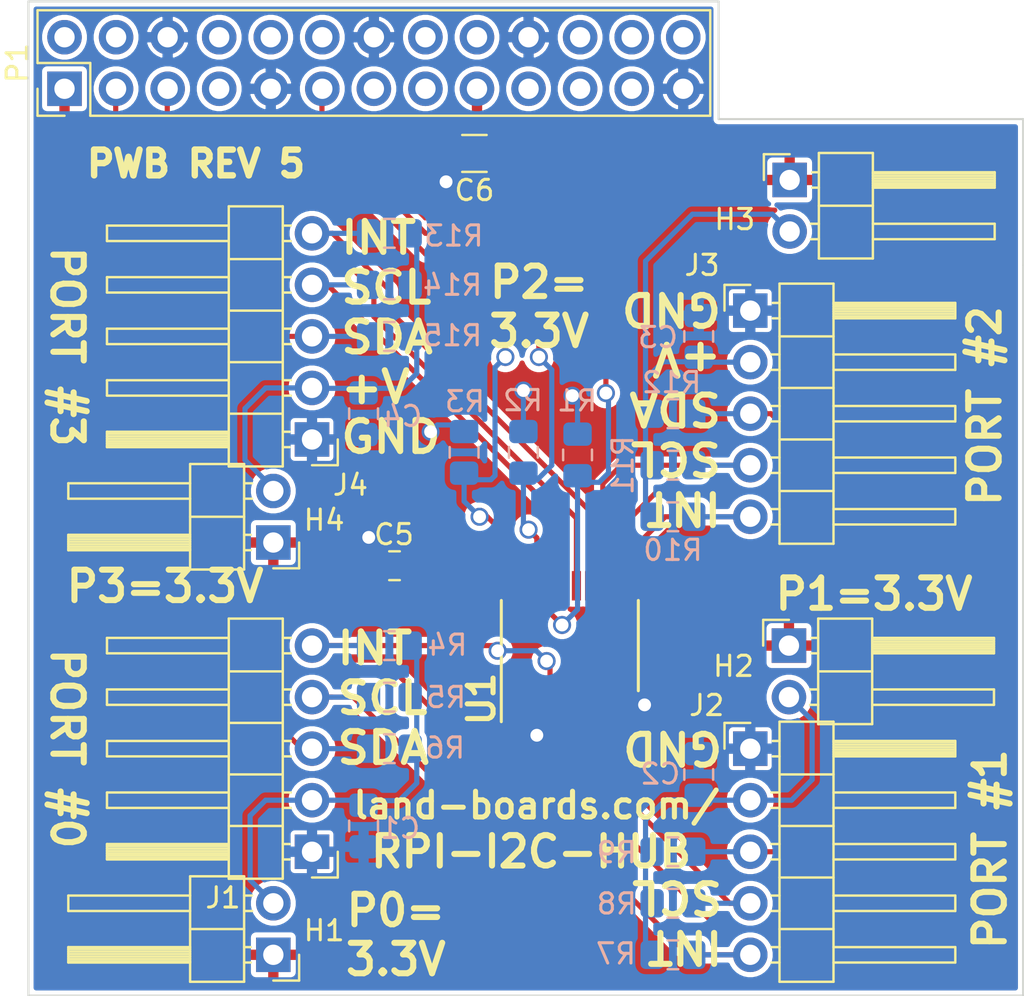
<source format=kicad_pcb>
(kicad_pcb (version 20171130) (host pcbnew "(5.1.5)-3")
  (layers (0 F.Cu signal) (31 B.Cu signal) (36 B.SilkS user) (37 F.SilkS user) (38 B.Mask user) (39 F.Mask user) (44 Edge.Cuts user))
  (net 0 "")
  (net 1 /SDA1)
  (net 2 GND)
  (net 3 /~I0)
  (net 4 /~I1)
  (net 5 /~I2)
  (net 6 /~I3)
  (net 7 /IO_17)
  (net 8 "Net-(C1-Pad1)")
  (net 9 +3.3V)
  (net 10 "Net-(C3-Pad1)")
  (net 11 "Net-(C4-Pad1)")
  (net 12 "Net-(C2-Pad1)")
  (net 13 "Net-(P1-Pad2)")
  (net 14 "Net-(P1-Pad4)")
  (net 15 "Net-(P1-Pad7)")
  (net 16 "Net-(P1-Pad8)")
  (net 17 "Net-(P1-Pad10)")
  (net 18 "Net-(P1-Pad12)")
  (net 19 "Net-(P1-Pad13)")
  (net 20 "Net-(P1-Pad15)")
  (net 21 "Net-(P1-Pad16)")
  (net 22 "Net-(P1-Pad18)")
  (net 23 "Net-(P1-Pad19)")
  (net 24 "Net-(P1-Pad21)")
  (net 25 "Net-(P1-Pad22)")
  (net 26 "Net-(P1-Pad23)")
  (net 27 "Net-(P1-Pad24)")
  (net 28 "Net-(P1-Pad26)")
  (net 29 /SCL0)
  (net 30 /SDA0)
  (net 31 /SCL1)
  (net 32 /SCL2)
  (net 33 /SDA2)
  (net 34 /SDA3)
  (net 35 /SCL3)
  (net 36 /SDA)
  (net 37 /SCL)
  (module Housings_SSOP:TSSOP-20_4.4x6.5mm_Pitch0.65mm (layer F.Cu) (at 26.67 31.75 90)
    (fp_text reference U1 (at -2.6289 -4.3561 90) (layer F.SilkS) (effects (font (size 1.27 1.27) (thickness 0.254))))
    (fp_text value PCA9544A hide)
    (pad 1 smd rect (at -2.95 -2.925 90) (size 1.45 0.45) (layers F.Cu F.Mask) (net 9 +3.3V))
    (pad 2 smd rect (at -2.95 -2.275 90) (size 1.45 0.45) (layers F.Cu F.Mask) (net 2 GND))
    (pad 3 smd rect (at -2.95 -1.625 90) (size 1.45 0.45) (layers F.Cu F.Mask) (net 2 GND))
    (pad 4 smd rect (at -2.95 -0.975 90) (size 1.45 0.45) (layers F.Cu F.Mask) (net 3 /~I0))
    (pad 5 smd rect (at -2.95 -0.325 90) (size 1.45 0.45) (layers F.Cu F.Mask) (net 30 /SDA0))
    (pad 6 smd rect (at -2.95 0.325 90) (size 1.45 0.45) (layers F.Cu F.Mask) (net 29 /SCL0))
    (pad 7 smd rect (at -2.95 0.975 90) (size 1.45 0.45) (layers F.Cu F.Mask) (net 4 /~I1))
    (pad 8 smd rect (at -2.95 1.625 90) (size 1.45 0.45) (layers F.Cu F.Mask) (net 1 /SDA1))
    (pad 9 smd rect (at -2.95 2.275 90) (size 1.45 0.45) (layers F.Cu F.Mask) (net 31 /SCL1))
    (pad 10 smd rect (at -2.95 2.925 90) (size 1.45 0.45) (layers F.Cu F.Mask) (net 2 GND))
    (pad 11 smd rect (at 2.95 2.925 90) (size 1.45 0.45) (layers F.Cu F.Mask) (net 5 /~I2))
    (pad 12 smd rect (at 2.95 2.275 90) (size 1.45 0.45) (layers F.Cu F.Mask) (net 33 /SDA2))
    (pad 13 smd rect (at 2.95 1.625 90) (size 1.45 0.45) (layers F.Cu F.Mask) (net 32 /SCL2))
    (pad 14 smd rect (at 2.95 0.975 90) (size 1.45 0.45) (layers F.Cu F.Mask) (net 6 /~I3))
    (pad 15 smd rect (at 2.95 0.325 90) (size 1.45 0.45) (layers F.Cu F.Mask) (net 34 /SDA3))
    (pad 16 smd rect (at 2.95 -0.325 90) (size 1.45 0.45) (layers F.Cu F.Mask) (net 35 /SCL3))
    (pad 17 smd rect (at 2.95 -0.975 90) (size 1.45 0.45) (layers F.Cu F.Mask) (net 7 /IO_17))
    (pad 18 smd rect (at 2.95 -1.625 90) (size 1.45 0.45) (layers F.Cu F.Mask) (net 37 /SCL))
    (pad 19 smd rect (at 2.95 -2.275 90) (size 1.45 0.45) (layers F.Cu F.Mask) (net 36 /SDA))
    (pad 20 smd rect (at 2.95 -2.925 90) (size 1.45 0.45) (layers F.Cu F.Mask) (net 9 +3.3V))
  )
  (module Capacitor_SMD:C_0805_2012Metric_Pad1.15x1.40mm_HandSolder (layer B.Cu) (at 16.51 40.64 270)
    (fp_text reference C1 (at 0.1143 -1.8034) (layer B.SilkS) (effects (justify mirror)))
    (fp_text value 0.1uF)
    (pad 2 smd roundrect (at 1.025 0 270) (size 1.15 1.4) (layers B.Cu B.Paste B.Mask) (roundrect_rratio 0.217391) (net 2 GND))
    (pad 1 smd roundrect (at -1.025 0 270) (size 1.15 1.4) (layers B.Cu B.Paste B.Mask) (roundrect_rratio 0.217391) (net 8 "Net-(C1-Pad1)"))
  )
  (module Capacitor_SMD:C_0805_2012Metric_Pad1.15x1.40mm_HandSolder (layer B.Cu) (at 33.02 38.1 90)
    (fp_text reference C2 (at 0.0254 -1.8923 180) (layer B.SilkS) (effects (justify mirror)))
    (fp_text value 0.1uF)
    (pad 1 smd roundrect (at -1.025 0 90) (size 1.15 1.4) (layers B.Cu B.Paste B.Mask) (roundrect_rratio 0.217391) (net 12 "Net-(C2-Pad1)"))
    (pad 2 smd roundrect (at 1.025 0 90) (size 1.15 1.4) (layers B.Cu B.Paste B.Mask) (roundrect_rratio 0.217391) (net 2 GND))
  )
  (module Capacitor_SMD:C_0805_2012Metric_Pad1.15x1.40mm_HandSolder (layer B.Cu) (at 33.02 16.51 90)
    (fp_text reference C3 (at -0.0508 -2.0066 180) (layer B.SilkS) (effects (justify mirror)))
    (fp_text value 0.1uF)
    (pad 2 smd roundrect (at 1.025 0 90) (size 1.15 1.4) (layers B.Cu B.Paste B.Mask) (roundrect_rratio 0.217391) (net 2 GND))
    (pad 1 smd roundrect (at -1.025 0 90) (size 1.15 1.4) (layers B.Cu B.Paste B.Mask) (roundrect_rratio 0.217391) (net 10 "Net-(C3-Pad1)"))
  )
  (module Capacitor_SMD:C_0805_2012Metric_Pad1.15x1.40mm_HandSolder (layer B.Cu) (at 16.51 20.32 270)
    (fp_text reference C4 (at 0.127 -1.905) (layer B.SilkS) (effects (justify mirror)))
    (fp_text value 0.1uF)
    (pad 1 smd roundrect (at -1.025 0 270) (size 1.15 1.4) (layers B.Cu B.Paste B.Mask) (roundrect_rratio 0.217391) (net 11 "Net-(C4-Pad1)"))
    (pad 2 smd roundrect (at 1.025 0 270) (size 1.15 1.4) (layers B.Cu B.Paste B.Mask) (roundrect_rratio 0.217391) (net 2 GND))
  )
  (module Capacitor_SMD:C_0805_2012Metric_Pad1.15x1.40mm_HandSolder (layer F.Cu) (at 18.034 27.813 180)
    (fp_text reference C5 (at 0.0254 1.5367 180) (layer F.SilkS))
    (fp_text value 0.1uF)
    (pad 1 smd roundrect (at -1.025 0 180) (size 1.15 1.4) (layers F.Cu F.Paste F.Mask) (roundrect_rratio 0.217391) (net 9 +3.3V))
    (pad 2 smd roundrect (at 1.025 0 180) (size 1.15 1.4) (layers F.Cu F.Paste F.Mask) (roundrect_rratio 0.217391) (net 2 GND))
  )
  (module Capacitor_SMD:C_1206_3216Metric_Pad1.42x1.75mm_HandSolder (layer F.Cu) (at 21.971 7.493 180)
    (fp_text reference C6 (at 0 -1.82 180) (layer F.SilkS))
    (fp_text value 10uF)
    (pad 1 smd roundrect (at -1.4875 0 180) (size 1.425 1.75) (layers F.Cu F.Paste F.Mask) (roundrect_rratio 0.175439) (net 9 +3.3V))
    (pad 2 smd roundrect (at 1.4875 0 180) (size 1.425 1.75) (layers F.Cu F.Paste F.Mask) (roundrect_rratio 0.175439) (net 2 GND))
  )
  (module Connector_PinHeader_2.54mm:PinHeader_1x02_P2.54mm_Horizontal (layer F.Cu) (at 12.065 46.99 180)
    (fp_text reference H1 (at -2.5019 1.1938 180) (layer F.SilkS))
    (fp_text value CONN_01X02)
    (pad 1 thru_hole rect (at 0 0 180) (size 1.7 1.7) (drill 1) (layers *.Cu *.Mask) (net 9 +3.3V))
    (pad 2 thru_hole oval (at 0 2.54 180) (size 1.7 1.7) (drill 1) (layers *.Cu *.Mask) (net 8 "Net-(C1-Pad1)"))
  )
  (module Connector_PinHeader_2.54mm:PinHeader_1x02_P2.54mm_Horizontal (layer F.Cu) (at 37.465 31.75)
    (fp_text reference H2 (at -2.7305 1.016) (layer F.SilkS))
    (fp_text value CONN_01X02)
    (pad 2 thru_hole oval (at 0 2.54) (size 1.7 1.7) (drill 1) (layers *.Cu *.Mask) (net 12 "Net-(C2-Pad1)"))
    (pad 1 thru_hole rect (at 0 0) (size 1.7 1.7) (drill 1) (layers *.Cu *.Mask) (net 9 +3.3V))
  )
  (module Connector_PinHeader_2.54mm:PinHeader_1x02_P2.54mm_Horizontal (layer F.Cu) (at 37.5 8.8)
    (fp_text reference H3 (at -2.7049 1.9474) (layer F.SilkS))
    (fp_text value CONN_01X02)
    (pad 1 thru_hole rect (at 0 0) (size 1.7 1.7) (drill 1) (layers *.Cu *.Mask) (net 9 +3.3V))
    (pad 2 thru_hole oval (at 0 2.54) (size 1.7 1.7) (drill 1) (layers *.Cu *.Mask) (net 10 "Net-(C3-Pad1)"))
  )
  (module Connector_PinHeader_2.54mm:PinHeader_1x02_P2.54mm_Horizontal (layer F.Cu) (at 12.065 26.67 180)
    (fp_text reference H4 (at -2.5019 1.1049 180) (layer F.SilkS))
    (fp_text value CONN_01X02)
    (pad 2 thru_hole oval (at 0 2.54 180) (size 1.7 1.7) (drill 1) (layers *.Cu *.Mask) (net 11 "Net-(C4-Pad1)"))
    (pad 1 thru_hole rect (at 0 0 180) (size 1.7 1.7) (drill 1) (layers *.Cu *.Mask) (net 9 +3.3V))
  )
  (module Connector_PinHeader_2.54mm:PinHeader_1x05_P2.54mm_Horizontal (layer F.Cu) (at 13.97 41.91 180)
    (fp_text reference J1 (at 4.385 -2.27 180) (layer F.SilkS))
    (fp_text value I2CINT-5PIN)
    (pad 5 thru_hole oval (at 0 10.16 180) (size 1.7 1.7) (drill 1) (layers *.Cu *.Mask) (net 3 /~I0))
    (pad 4 thru_hole oval (at 0 7.62 180) (size 1.7 1.7) (drill 1) (layers *.Cu *.Mask) (net 29 /SCL0))
    (pad 3 thru_hole oval (at 0 5.08 180) (size 1.7 1.7) (drill 1) (layers *.Cu *.Mask) (net 30 /SDA0))
    (pad 2 thru_hole oval (at 0 2.54 180) (size 1.7 1.7) (drill 1) (layers *.Cu *.Mask) (net 8 "Net-(C1-Pad1)"))
    (pad 1 thru_hole rect (at 0 0 180) (size 1.7 1.7) (drill 1) (layers *.Cu *.Mask) (net 2 GND))
  )
  (module Connector_PinHeader_2.54mm:PinHeader_1x05_P2.54mm_Horizontal (layer F.Cu) (at 35.56 36.83)
    (fp_text reference J2 (at -2.1463 -2.1336) (layer F.SilkS))
    (fp_text value I2CINT-5PIN)
    (pad 1 thru_hole rect (at 0 0) (size 1.7 1.7) (drill 1) (layers *.Cu *.Mask) (net 2 GND))
    (pad 2 thru_hole oval (at 0 2.54) (size 1.7 1.7) (drill 1) (layers *.Cu *.Mask) (net 12 "Net-(C2-Pad1)"))
    (pad 3 thru_hole oval (at 0 5.08) (size 1.7 1.7) (drill 1) (layers *.Cu *.Mask) (net 1 /SDA1))
    (pad 4 thru_hole oval (at 0 7.62) (size 1.7 1.7) (drill 1) (layers *.Cu *.Mask) (net 31 /SCL1))
    (pad 5 thru_hole oval (at 0 10.16) (size 1.7 1.7) (drill 1) (layers *.Cu *.Mask) (net 4 /~I1))
  )
  (module Connector_PinHeader_2.54mm:PinHeader_1x05_P2.54mm_Horizontal (layer F.Cu) (at 35.56 15.24)
    (fp_text reference J3 (at -2.3749 -2.2352) (layer F.SilkS))
    (fp_text value I2CINT-5PIN)
    (pad 5 thru_hole oval (at 0 10.16) (size 1.7 1.7) (drill 1) (layers *.Cu *.Mask) (net 5 /~I2))
    (pad 4 thru_hole oval (at 0 7.62) (size 1.7 1.7) (drill 1) (layers *.Cu *.Mask) (net 32 /SCL2))
    (pad 3 thru_hole oval (at 0 5.08) (size 1.7 1.7) (drill 1) (layers *.Cu *.Mask) (net 33 /SDA2))
    (pad 2 thru_hole oval (at 0 2.54) (size 1.7 1.7) (drill 1) (layers *.Cu *.Mask) (net 10 "Net-(C3-Pad1)"))
    (pad 1 thru_hole rect (at 0 0) (size 1.7 1.7) (drill 1) (layers *.Cu *.Mask) (net 2 GND))
  )
  (module Connector_PinHeader_2.54mm:PinHeader_1x05_P2.54mm_Horizontal (layer F.Cu) (at 13.97 21.59 180)
    (fp_text reference J4 (at -1.8923 -2.2479 180) (layer F.SilkS))
    (fp_text value I2CINT-5PIN)
    (pad 1 thru_hole rect (at 0 0 180) (size 1.7 1.7) (drill 1) (layers *.Cu *.Mask) (net 2 GND))
    (pad 2 thru_hole oval (at 0 2.54 180) (size 1.7 1.7) (drill 1) (layers *.Cu *.Mask) (net 11 "Net-(C4-Pad1)"))
    (pad 3 thru_hole oval (at 0 5.08 180) (size 1.7 1.7) (drill 1) (layers *.Cu *.Mask) (net 34 /SDA3))
    (pad 4 thru_hole oval (at 0 7.62 180) (size 1.7 1.7) (drill 1) (layers *.Cu *.Mask) (net 35 /SCL3))
    (pad 5 thru_hole oval (at 0 10.16 180) (size 1.7 1.7) (drill 1) (layers *.Cu *.Mask) (net 6 /~I3))
  )
  (module Connector_PinHeader_2.54mm:PinHeader_2x13_P2.54mm_Vertical (layer F.Cu) (at 1.778 4.3053 90)
    (fp_text reference P1 (at 1.27 -2.33 90) (layer F.SilkS))
    (fp_text value RASPIO)
    (pad 1 thru_hole rect (at 0 0 90) (size 1.7 1.7) (drill 1) (layers *.Cu *.Mask) (net 9 +3.3V))
    (pad 2 thru_hole oval (at 2.54 0 90) (size 1.7 1.7) (drill 1) (layers *.Cu *.Mask) (net 13 "Net-(P1-Pad2)"))
    (pad 3 thru_hole oval (at 0 2.54 90) (size 1.7 1.7) (drill 1) (layers *.Cu *.Mask) (net 36 /SDA))
    (pad 4 thru_hole oval (at 2.54 2.54 90) (size 1.7 1.7) (drill 1) (layers *.Cu *.Mask) (net 14 "Net-(P1-Pad4)"))
    (pad 5 thru_hole oval (at 0 5.08 90) (size 1.7 1.7) (drill 1) (layers *.Cu *.Mask) (net 37 /SCL))
    (pad 6 thru_hole oval (at 2.54 5.08 90) (size 1.7 1.7) (drill 1) (layers *.Cu *.Mask) (net 2 GND))
    (pad 7 thru_hole oval (at 0 7.62 90) (size 1.7 1.7) (drill 1) (layers *.Cu *.Mask) (net 15 "Net-(P1-Pad7)"))
    (pad 8 thru_hole oval (at 2.54 7.62 90) (size 1.7 1.7) (drill 1) (layers *.Cu *.Mask) (net 16 "Net-(P1-Pad8)"))
    (pad 9 thru_hole oval (at 0 10.16 90) (size 1.7 1.7) (drill 1) (layers *.Cu *.Mask) (net 2 GND))
    (pad 10 thru_hole oval (at 2.54 10.16 90) (size 1.7 1.7) (drill 1) (layers *.Cu *.Mask) (net 17 "Net-(P1-Pad10)"))
    (pad 11 thru_hole oval (at 0 12.7 90) (size 1.7 1.7) (drill 1) (layers *.Cu *.Mask) (net 7 /IO_17))
    (pad 12 thru_hole oval (at 2.54 12.7 90) (size 1.7 1.7) (drill 1) (layers *.Cu *.Mask) (net 18 "Net-(P1-Pad12)"))
    (pad 13 thru_hole oval (at 0 15.24 90) (size 1.7 1.7) (drill 1) (layers *.Cu *.Mask) (net 19 "Net-(P1-Pad13)"))
    (pad 14 thru_hole oval (at 2.54 15.24 90) (size 1.7 1.7) (drill 1) (layers *.Cu *.Mask) (net 2 GND))
    (pad 15 thru_hole oval (at 0 17.78 90) (size 1.7 1.7) (drill 1) (layers *.Cu *.Mask) (net 20 "Net-(P1-Pad15)"))
    (pad 16 thru_hole oval (at 2.54 17.78 90) (size 1.7 1.7) (drill 1) (layers *.Cu *.Mask) (net 21 "Net-(P1-Pad16)"))
    (pad 17 thru_hole oval (at 0 20.32 90) (size 1.7 1.7) (drill 1) (layers *.Cu *.Mask) (net 9 +3.3V))
    (pad 18 thru_hole oval (at 2.54 20.32 90) (size 1.7 1.7) (drill 1) (layers *.Cu *.Mask) (net 22 "Net-(P1-Pad18)"))
    (pad 19 thru_hole oval (at 0 22.86 90) (size 1.7 1.7) (drill 1) (layers *.Cu *.Mask) (net 23 "Net-(P1-Pad19)"))
    (pad 20 thru_hole oval (at 2.54 22.86 90) (size 1.7 1.7) (drill 1) (layers *.Cu *.Mask) (net 2 GND))
    (pad 21 thru_hole oval (at 0 25.4 90) (size 1.7 1.7) (drill 1) (layers *.Cu *.Mask) (net 24 "Net-(P1-Pad21)"))
    (pad 22 thru_hole oval (at 2.54 25.4 90) (size 1.7 1.7) (drill 1) (layers *.Cu *.Mask) (net 25 "Net-(P1-Pad22)"))
    (pad 23 thru_hole oval (at 0 27.94 90) (size 1.7 1.7) (drill 1) (layers *.Cu *.Mask) (net 26 "Net-(P1-Pad23)"))
    (pad 24 thru_hole oval (at 2.54 27.94 90) (size 1.7 1.7) (drill 1) (layers *.Cu *.Mask) (net 27 "Net-(P1-Pad24)"))
    (pad 25 thru_hole oval (at 0 30.48 90) (size 1.7 1.7) (drill 1) (layers *.Cu *.Mask) (net 2 GND))
    (pad 26 thru_hole oval (at 2.54 30.48 90) (size 1.7 1.7) (drill 1) (layers *.Cu *.Mask) (net 28 "Net-(P1-Pad26)"))
  )
  (module Resistor_SMD:R_0805_2012Metric_Pad1.15x1.40mm_HandSolder (layer B.Cu) (at 27.051 22.352 270)
    (fp_text reference R1 (at -2.667 0.0254) (layer B.SilkS) (effects (justify mirror)))
    (fp_text value 3.3K)
    (pad 1 smd roundrect (at -1.025 0 270) (size 1.15 1.4) (layers B.Cu B.Paste B.Mask) (roundrect_rratio 0.217391) (net 9 +3.3V))
    (pad 2 smd roundrect (at 1.025 0 270) (size 1.15 1.4) (layers B.Cu B.Paste B.Mask) (roundrect_rratio 0.217391) (net 7 /IO_17))
  )
  (module Resistor_SMD:R_0805_2012Metric_Pad1.15x1.40mm_HandSolder (layer B.Cu) (at 24.384 22.225 270)
    (fp_text reference R2 (at -2.5527 0.0254) (layer B.SilkS) (effects (justify mirror)))
    (fp_text value 3.3K)
    (pad 2 smd roundrect (at 1.025 0 270) (size 1.15 1.4) (layers B.Cu B.Paste B.Mask) (roundrect_rratio 0.217391) (net 37 /SCL))
    (pad 1 smd roundrect (at -1.025 0 270) (size 1.15 1.4) (layers B.Cu B.Paste B.Mask) (roundrect_rratio 0.217391) (net 9 +3.3V))
  )
  (module Resistor_SMD:R_0805_2012Metric_Pad1.15x1.40mm_HandSolder (layer B.Cu) (at 21.463 22.225 270)
    (fp_text reference R3 (at -2.5019 -0.0381) (layer B.SilkS) (effects (justify mirror)))
    (fp_text value 3.3K)
    (pad 1 smd roundrect (at -1.025 0 270) (size 1.15 1.4) (layers B.Cu B.Paste B.Mask) (roundrect_rratio 0.217391) (net 9 +3.3V))
    (pad 2 smd roundrect (at 1.025 0 270) (size 1.15 1.4) (layers B.Cu B.Paste B.Mask) (roundrect_rratio 0.217391) (net 36 /SDA))
  )
  (module Resistor_SMD:R_0805_2012Metric_Pad1.15x1.40mm_HandSolder (layer B.Cu) (at 17.78 31.75 180)
    (fp_text reference R4 (at -2.8575 0.0254 180) (layer B.SilkS) (effects (justify mirror)))
    (fp_text value 3.3K)
    (pad 1 smd roundrect (at -1.025 0 180) (size 1.15 1.4) (layers B.Cu B.Paste B.Mask) (roundrect_rratio 0.217391) (net 8 "Net-(C1-Pad1)"))
    (pad 2 smd roundrect (at 1.025 0 180) (size 1.15 1.4) (layers B.Cu B.Paste B.Mask) (roundrect_rratio 0.217391) (net 3 /~I0))
  )
  (module Resistor_SMD:R_0805_2012Metric_Pad1.15x1.40mm_HandSolder (layer B.Cu) (at 17.78 34.29 180)
    (fp_text reference R5 (at -2.794 -0.0127 180) (layer B.SilkS) (effects (justify mirror)))
    (fp_text value 3.3K)
    (pad 2 smd roundrect (at 1.025 0 180) (size 1.15 1.4) (layers B.Cu B.Paste B.Mask) (roundrect_rratio 0.217391) (net 29 /SCL0))
    (pad 1 smd roundrect (at -1.025 0 180) (size 1.15 1.4) (layers B.Cu B.Paste B.Mask) (roundrect_rratio 0.217391) (net 8 "Net-(C1-Pad1)"))
  )
  (module Resistor_SMD:R_0805_2012Metric_Pad1.15x1.40mm_HandSolder (layer B.Cu) (at 17.78 36.83 180)
    (fp_text reference R6 (at -2.7432 0.0381 180) (layer B.SilkS) (effects (justify mirror)))
    (fp_text value 3.3K)
    (pad 1 smd roundrect (at -1.025 0 180) (size 1.15 1.4) (layers B.Cu B.Paste B.Mask) (roundrect_rratio 0.217391) (net 8 "Net-(C1-Pad1)"))
    (pad 2 smd roundrect (at 1.025 0 180) (size 1.15 1.4) (layers B.Cu B.Paste B.Mask) (roundrect_rratio 0.217391) (net 30 /SDA0))
  )
  (module Resistor_SMD:R_0805_2012Metric_Pad1.15x1.40mm_HandSolder (layer B.Cu) (at 31.75 46.99)
    (fp_text reference R7 (at -2.8067 -0.0508) (layer B.SilkS) (effects (justify mirror)))
    (fp_text value 3.3K)
    (pad 2 smd roundrect (at 1.025 0) (size 1.15 1.4) (layers B.Cu B.Paste B.Mask) (roundrect_rratio 0.217391) (net 4 /~I1))
    (pad 1 smd roundrect (at -1.025 0) (size 1.15 1.4) (layers B.Cu B.Paste B.Mask) (roundrect_rratio 0.217391) (net 12 "Net-(C2-Pad1)"))
  )
  (module Resistor_SMD:R_0805_2012Metric_Pad1.15x1.40mm_HandSolder (layer B.Cu) (at 31.75 44.45)
    (fp_text reference R8 (at -2.7686 0.0254) (layer B.SilkS) (effects (justify mirror)))
    (fp_text value 3.3K)
    (pad 1 smd roundrect (at -1.025 0) (size 1.15 1.4) (layers B.Cu B.Paste B.Mask) (roundrect_rratio 0.217391) (net 12 "Net-(C2-Pad1)"))
    (pad 2 smd roundrect (at 1.025 0) (size 1.15 1.4) (layers B.Cu B.Paste B.Mask) (roundrect_rratio 0.217391) (net 31 /SCL1))
  )
  (module Resistor_SMD:R_0805_2012Metric_Pad1.15x1.40mm_HandSolder (layer B.Cu) (at 31.75 41.91)
    (fp_text reference R9 (at -2.7686 0.0381) (layer B.SilkS) (effects (justify mirror)))
    (fp_text value 3.3K)
    (pad 2 smd roundrect (at 1.025 0) (size 1.15 1.4) (layers B.Cu B.Paste B.Mask) (roundrect_rratio 0.217391) (net 1 /SDA1))
    (pad 1 smd roundrect (at -1.025 0) (size 1.15 1.4) (layers B.Cu B.Paste B.Mask) (roundrect_rratio 0.217391) (net 12 "Net-(C2-Pad1)"))
  )
  (module Resistor_SMD:R_0805_2012Metric_Pad1.15x1.40mm_HandSolder (layer B.Cu) (at 31.75 25.4)
    (fp_text reference R10 (at 0 1.65) (layer B.SilkS) (effects (justify mirror)))
    (fp_text value 3.3K)
    (pad 1 smd roundrect (at -1.025 0) (size 1.15 1.4) (layers B.Cu B.Paste B.Mask) (roundrect_rratio 0.217391) (net 10 "Net-(C3-Pad1)"))
    (pad 2 smd roundrect (at 1.025 0) (size 1.15 1.4) (layers B.Cu B.Paste B.Mask) (roundrect_rratio 0.217391) (net 5 /~I2))
  )
  (module Resistor_SMD:R_0805_2012Metric_Pad1.15x1.40mm_HandSolder (layer B.Cu) (at 31.75 22.86)
    (fp_text reference R11 (at -2.4638 0 90) (layer B.SilkS) (effects (justify mirror)))
    (fp_text value 3.3K)
    (pad 1 smd roundrect (at -1.025 0) (size 1.15 1.4) (layers B.Cu B.Paste B.Mask) (roundrect_rratio 0.217391) (net 10 "Net-(C3-Pad1)"))
    (pad 2 smd roundrect (at 1.025 0) (size 1.15 1.4) (layers B.Cu B.Paste B.Mask) (roundrect_rratio 0.217391) (net 32 /SCL2))
  )
  (module Resistor_SMD:R_0805_2012Metric_Pad1.15x1.40mm_HandSolder (layer B.Cu) (at 31.75 20.32)
    (fp_text reference R12 (at -0.0635 -1.5367) (layer B.SilkS) (effects (justify mirror)))
    (fp_text value 3.3K)
    (pad 2 smd roundrect (at 1.025 0) (size 1.15 1.4) (layers B.Cu B.Paste B.Mask) (roundrect_rratio 0.217391) (net 33 /SDA2))
    (pad 1 smd roundrect (at -1.025 0) (size 1.15 1.4) (layers B.Cu B.Paste B.Mask) (roundrect_rratio 0.217391) (net 10 "Net-(C3-Pad1)"))
  )
  (module Resistor_SMD:R_0805_2012Metric_Pad1.15x1.40mm_HandSolder (layer B.Cu) (at 17.78 11.43 180)
    (fp_text reference R13 (at -3.175 -0.127 180) (layer B.SilkS) (effects (justify mirror)))
    (fp_text value 3.3K)
    (pad 1 smd roundrect (at -1.025 0 180) (size 1.15 1.4) (layers B.Cu B.Paste B.Mask) (roundrect_rratio 0.217391) (net 11 "Net-(C4-Pad1)"))
    (pad 2 smd roundrect (at 1.025 0 180) (size 1.15 1.4) (layers B.Cu B.Paste B.Mask) (roundrect_rratio 0.217391) (net 6 /~I3))
  )
  (module Resistor_SMD:R_0805_2012Metric_Pad1.15x1.40mm_HandSolder (layer B.Cu) (at 17.78 13.97 180)
    (fp_text reference R14 (at -3.1115 -0.0127 180) (layer B.SilkS) (effects (justify mirror)))
    (fp_text value 3.3K)
    (pad 2 smd roundrect (at 1.025 0 180) (size 1.15 1.4) (layers B.Cu B.Paste B.Mask) (roundrect_rratio 0.217391) (net 35 /SCL3))
    (pad 1 smd roundrect (at -1.025 0 180) (size 1.15 1.4) (layers B.Cu B.Paste B.Mask) (roundrect_rratio 0.217391) (net 11 "Net-(C4-Pad1)"))
  )
  (module Resistor_SMD:R_0805_2012Metric_Pad1.15x1.40mm_HandSolder (layer B.Cu) (at 17.78 16.51 180)
    (fp_text reference R15 (at -3.1115 0.0381 180) (layer B.SilkS) (effects (justify mirror)))
    (fp_text value 3.3K)
    (pad 2 smd roundrect (at 1.025 0 180) (size 1.15 1.4) (layers B.Cu B.Paste B.Mask) (roundrect_rratio 0.217391) (net 34 /SDA3))
    (pad 1 smd roundrect (at -1.025 0 180) (size 1.15 1.4) (layers B.Cu B.Paste B.Mask) (roundrect_rratio 0.217391) (net 11 "Net-(C4-Pad1)"))
  )
  (gr_line (start 49 5.8) (end 49 13) (layer Edge.Cuts) (width 0.1))
  (gr_line (start 34 5.8) (end 49 5.8) (layer Edge.Cuts) (width 0.1))
  (gr_line (start 34 0) (end 34 5.8) (layer Edge.Cuts) (width 0.1))
  (gr_line (start 34 0) (end 0 0) (angle 90) (layer Edge.Cuts) (width 0.1))
  (gr_text "INT\nSCL\n\n\nGND" (at 34.3535 41.6941 180) (layer F.SilkS) (effects (font (size 1.524 1.5875) (thickness 0.3)) (justify left)))
  (gr_text "INT\nSCL\nSDA" (at 15.0495 34.3408) (layer F.SilkS) (effects (font (size 1.524 1.5875) (thickness 0.3)) (justify left)))
  (gr_text "INT\nSCL\nSDA\n+V\nGND" (at 34.29 20.066 180) (layer F.SilkS) (effects (font (size 1.524 1.5875) (thickness 0.3)) (justify left)))
  (gr_text "INT\nSCL\nSDA\n+V\nGND" (at 15.24 16.5608) (layer F.SilkS) (effects (font (size 1.524 1.5875) (thickness 0.3)) (justify left)))
  (gr_text "P0=\n3.3V" (at 18.0975 46.0121) (layer F.SilkS) (effects (font (size 1.5 1.5) (thickness 0.3))))
  (gr_text "P2=\n3.3V" (at 25.1587 15.0495) (layer F.SilkS) (effects (font (size 1.5 1.5) (thickness 0.3))))
  (gr_text P1=3.3V (at 41.656 29.21) (layer F.SilkS) (effects (font (size 1.5 1.5) (thickness 0.3))))
  (gr_text P3=3.3V (at 6.731 28.829) (layer F.SilkS) (effects (font (size 1.5 1.5) (thickness 0.3))))
  (gr_text "PORT #3" (at 1.905 17.018 270) (layer F.SilkS) (effects (font (size 1.5 1.5) (thickness 0.3))))
  (gr_text "PORT #0" (at 1.905 36.83 270) (layer F.SilkS) (effects (font (size 1.5 1.5) (thickness 0.3))))
  (gr_text "PORT #2" (at 47.117 19.939 90) (layer F.SilkS) (effects (font (size 1.5 1.5) (thickness 0.3))))
  (gr_text "PORT #1" (at 47.371 41.783 90) (layer F.SilkS) (effects (font (size 1.5 1.5) (thickness 0.3))))
  (gr_line (start 0 49) (end 49 49) (angle 90) (layer Edge.Cuts) (width 0.1))
  (gr_line (start 49 13) (end 49 49) (angle 90) (layer Edge.Cuts) (width 0.1))
  (gr_line (start 0 49) (end 0 0) (angle 90) (layer Edge.Cuts) (width 0.1))
  (gr_text RPI-I2C-HUB (at 24.765 41.91) (layer F.SilkS) (effects (font (size 1.5 1.5) (thickness 0.3))))
  (gr_text "PWB REV 5" (at 8.255 8.001) (layer F.SilkS) (effects (font (size 1.27 1.27) (thickness 0.3175))))
  (gr_text land-boards.com/ (at 25.019 39.624) (layer F.SilkS) (effects (font (size 1.27 1.27) (thickness 0.25))))
  (segment (start 28.295 34.7) (end 28.295 39.979) (width 0.254) (layer F.Cu) (net 1))
  (segment (start 35.56 41.91) (end 36.83 41.91) (width 0.254) (layer F.Cu) (net 1))
  (segment (start 34.036 45.72) (end 28.295 39.979) (width 0.254) (layer F.Cu) (net 1))
  (segment (start 37.084 45.72) (end 34.036 45.72) (width 0.254) (layer F.Cu) (net 1))
  (segment (start 37.592 45.212) (end 37.084 45.72) (width 0.254) (layer F.Cu) (net 1))
  (segment (start 37.592 42.672) (end 37.592 45.212) (width 0.254) (layer F.Cu) (net 1))
  (segment (start 36.83 41.91) (end 37.592 42.672) (width 0.254) (layer F.Cu) (net 1))
  (segment (start 35.56 41.91) (end 33.1 41.91) (width 0.254) (layer B.Cu) (net 1))
  (segment (start 25.045 36.169) (end 25.019 36.195) (width 0.254) (layer F.Cu) (net 2))
  (segment (start 25.019 36.195) (end 25.045 36.169) (width 0.254) (layer F.Cu) (net 2))
  (segment (start 16.784 27.813) (end 16.784 26.436) (width 0.254) (layer F.Cu) (net 2))
  (via (at 16.764 26.416) (size 0.889) (layers F.Cu B.Cu) (net 2))
  (segment (start 16.784 26.436) (end 16.764 26.416) (width 0.254) (layer F.Cu) (net 2))
  (segment (start 19.971 7.493) (end 19.971 8.287) (width 0.254) (layer F.Cu) (net 2))
  (segment (start 19.971 8.287) (end 20.574 8.89) (width 0.254) (layer F.Cu) (net 2))
  (via (at 20.574 8.89) (size 0.889) (layers F.Cu B.Cu) (net 2))
  (segment (start 16.51 21.57) (end 13.99 21.57) (width 0.254) (layer B.Cu) (net 2))
  (segment (start 13.99 21.57) (end 13.97 21.59) (width 0.254) (layer B.Cu) (net 2))
  (segment (start 35.56 36.83) (end 33.04 36.83) (width 0.254) (layer B.Cu) (net 2))
  (segment (start 33.04 36.83) (end 33.02 36.85) (width 0.254) (layer B.Cu) (net 2))
  (segment (start 29.595 34.7) (end 30.324 34.7) (width 0.254) (layer F.Cu) (net 2))
  (via (at 30.353 34.671) (size 0.889) (layers F.Cu B.Cu) (net 2))
  (segment (start 30.324 34.7) (end 30.353 34.671) (width 0.254) (layer F.Cu) (net 2))
  (segment (start 13.99 41.89) (end 13.97 41.91) (width 0.254) (layer F.Cu) (net 2))
  (segment (start 24.485 36.169) (end 25.045 36.169) (width 0.254) (layer F.Cu) (net 2))
  (segment (start 24.395 36.079) (end 24.485 36.169) (width 0.254) (layer F.Cu) (net 2))
  (segment (start 24.395 34.7) (end 24.395 36.079) (width 0.254) (layer F.Cu) (net 2))
  (segment (start 25.045 36.169) (end 25.019 36.195) (width 0.254) (layer B.Cu) (net 2))
  (via (at 25.045 36.169) (size 0.889) (layers F.Cu B.Cu) (net 2))
  (segment (start 25.045 34.7) (end 25.045 36.169) (width 0.254) (layer F.Cu) (net 2))
  (segment (start 25.695 33.315) (end 25.695 34.7) (width 0.254) (layer F.Cu) (net 3))
  (segment (start 25.695 33.315) (end 25.695 34.7) (width 0.254) (layer F.Cu) (net 3))
  (segment (start 13.97 31.75) (end 16.43 31.75) (width 0.254) (layer B.Cu) (net 3))
  (segment (start 25.695 33.315) (end 25.695 34.7) (width 0.254) (layer F.Cu) (net 3))
  (segment (start 25.695 32.68) (end 25.527 32.512) (width 0.254) (layer F.Cu) (net 3))
  (via (at 25.527 32.512) (size 0.889) (layers F.Cu B.Cu) (net 3))
  (segment (start 25.527 32.512) (end 25.019 32.004) (width 0.254) (layer B.Cu) (net 3))
  (segment (start 25.019 32.004) (end 23.114 32.004) (width 0.254) (layer B.Cu) (net 3))
  (via (at 23.114 32.004) (size 0.889) (layers F.Cu B.Cu) (net 3))
  (segment (start 23.114 32.004) (end 22.86 31.75) (width 0.254) (layer F.Cu) (net 3))
  (segment (start 22.86 31.75) (end 13.97 31.75) (width 0.254) (layer F.Cu) (net 3))
  (segment (start 25.695 34.7) (end 25.695 32.68) (width 0.254) (layer F.Cu) (net 3))
  (segment (start 27.645 34.7) (end 27.645 42.123) (width 0.254) (layer F.Cu) (net 4))
  (segment (start 32.512 46.99) (end 35.56 46.99) (width 0.254) (layer F.Cu) (net 4))
  (segment (start 27.645 42.123) (end 32.512 46.99) (width 0.254) (layer F.Cu) (net 4))
  (segment (start 35.56 46.99) (end 33.1 46.99) (width 0.254) (layer B.Cu) (net 4))
  (segment (start 35.56 25.4) (end 31.369 25.4) (width 0.254) (layer F.Cu) (net 5))
  (segment (start 29.595 27.174) (end 29.595 28.8) (width 0.254) (layer F.Cu) (net 5))
  (segment (start 31.369 25.4) (end 29.595 27.174) (width 0.254) (layer F.Cu) (net 5))
  (segment (start 35.56 25.4) (end 33.1 25.4) (width 0.254) (layer B.Cu) (net 5))
  (segment (start 13.97 11.43) (end 14.986 11.43) (width 0.254) (layer F.Cu) (net 6))
  (segment (start 14.986 11.43) (end 17.78 14.224) (width 0.254) (layer F.Cu) (net 6))
  (segment (start 17.78 15.24) (end 27.645 25.105) (width 0.254) (layer F.Cu) (net 6))
  (segment (start 17.78 14.224) (end 17.78 15.24) (width 0.254) (layer F.Cu) (net 6))
  (segment (start 27.645 28.8) (end 27.645 25.105) (width 0.254) (layer F.Cu) (net 6))
  (segment (start 13.97 11.43) (end 14.097 11.43) (width 0.254) (layer F.Cu) (net 6))
  (segment (start 16.43 11.43) (end 13.97 11.43) (width 0.254) (layer B.Cu) (net 6))
  (segment (start 22.606 10.668) (end 19.558 10.668) (width 0.254) (layer F.Cu) (net 7))
  (segment (start 14.46 5.57) (end 14.46 4.27) (width 0.254) (layer F.Cu) (net 7))
  (segment (start 19.558 10.668) (end 14.46 5.57) (width 0.254) (layer F.Cu) (net 7))
  (segment (start 28.448 16.51) (end 28.448 19.304) (width 0.254) (layer F.Cu) (net 7))
  (segment (start 22.606 10.668) (end 28.448 16.51) (width 0.254) (layer F.Cu) (net 7))
  (segment (start 27.051 23.702) (end 27.051 29.972) (width 0.254) (layer B.Cu) (net 7))
  (segment (start 25.695 30.14) (end 25.695 28.8) (width 0.254) (layer F.Cu) (net 7))
  (segment (start 26.289 30.734) (end 25.695 30.14) (width 0.254) (layer F.Cu) (net 7))
  (via (at 26.289 30.734) (size 0.889) (layers F.Cu B.Cu) (net 7))
  (segment (start 27.051 29.972) (end 26.289 30.734) (width 0.254) (layer B.Cu) (net 7))
  (segment (start 28.114 23.702) (end 27.051 23.702) (width 0.254) (layer B.Cu) (net 7))
  (via (at 28.448 19.304) (size 0.889) (layers F.Cu B.Cu) (net 7))
  (segment (start 28.448 19.304) (end 28.575 19.431) (width 0.254) (layer B.Cu) (net 7))
  (segment (start 28.575 19.431) (end 28.575 23.241) (width 0.254) (layer B.Cu) (net 7))
  (segment (start 28.575 23.241) (end 28.114 23.702) (width 0.254) (layer B.Cu) (net 7))
  (segment (start 19.13 36.83) (end 19.13 38.528) (width 0.254) (layer B.Cu) (net 8))
  (segment (start 18.268 39.39) (end 16.51 39.39) (width 0.254) (layer B.Cu) (net 8))
  (segment (start 19.13 38.528) (end 18.268 39.39) (width 0.254) (layer B.Cu) (net 8))
  (segment (start 19.13 34.29) (end 19.13 36.83) (width 0.254) (layer B.Cu) (net 8))
  (segment (start 19.13 31.75) (end 19.13 34.29) (width 0.254) (layer B.Cu) (net 8))
  (segment (start 13.97 39.37) (end 16.49 39.37) (width 0.254) (layer B.Cu) (net 8))
  (segment (start 16.49 39.37) (end 16.51 39.39) (width 0.254) (layer B.Cu) (net 8))
  (segment (start 13.99 39.39) (end 13.97 39.37) (width 0.254) (layer F.Cu) (net 8))
  (segment (start 12.065 44.45) (end 10.922 43.307) (width 0.254) (layer B.Cu) (net 8))
  (segment (start 11.684 39.37) (end 13.97 39.37) (width 0.254) (layer B.Cu) (net 8))
  (segment (start 10.922 40.132) (end 11.684 39.37) (width 0.254) (layer B.Cu) (net 8))
  (segment (start 10.922 43.307) (end 10.922 40.132) (width 0.254) (layer B.Cu) (net 8))
  (segment (start 21.463 20.875) (end 20.146 20.875) (width 0.254) (layer B.Cu) (net 9))
  (via (at 19.812 21.209) (size 0.889) (layers F.Cu B.Cu) (net 9))
  (segment (start 20.146 20.875) (end 19.812 21.209) (width 0.254) (layer B.Cu) (net 9))
  (segment (start 24.384 20.875) (end 24.384 19.177) (width 0.254) (layer B.Cu) (net 9))
  (via (at 24.384 19.177) (size 0.889) (layers F.Cu B.Cu) (net 9))
  (segment (start 27.051 21.002) (end 27.051 19.685) (width 0.254) (layer B.Cu) (net 9))
  (via (at 26.797 19.431) (size 0.889) (layers F.Cu B.Cu) (net 9))
  (segment (start 27.051 19.685) (end 26.797 19.431) (width 0.254) (layer B.Cu) (net 9))
  (segment (start 23.745 30.103) (end 23.622 30.226) (width 0.254) (layer F.Cu) (net 9))
  (segment (start 23.745 28.8) (end 23.745 30.103) (width 0.254) (layer F.Cu) (net 9))
  (segment (start 23.745 27.555) (end 23.495 27.305) (width 0.254) (layer F.Cu) (net 9))
  (segment (start 23.745 28.8) (end 23.745 27.555) (width 0.254) (layer F.Cu) (net 9))
  (segment (start 23.745 33.405) (end 23.749 33.401) (width 0.254) (layer F.Cu) (net 9))
  (segment (start 23.745 34.7) (end 23.745 33.405) (width 0.254) (layer F.Cu) (net 9))
  (segment (start 23.745 35.937) (end 23.749 35.941) (width 0.254) (layer F.Cu) (net 9))
  (segment (start 23.745 34.7) (end 23.745 35.937) (width 0.254) (layer F.Cu) (net 9))
  (segment (start 30.4 18.796) (end 30.4 14.94) (width 0.254) (layer B.Cu) (net 10))
  (segment (start 30.4 20.32) (end 30.4 18.796) (width 0.254) (layer B.Cu) (net 10))
  (segment (start 30.4 18.796) (end 30.4 18.622) (width 0.254) (layer B.Cu) (net 10))
  (segment (start 31.262 17.76) (end 33.02 17.76) (width 0.254) (layer B.Cu) (net 10))
  (segment (start 30.4 18.622) (end 31.262 17.76) (width 0.254) (layer B.Cu) (net 10))
  (segment (start 30.4 22.86) (end 30.4 20.32) (width 0.254) (layer B.Cu) (net 10))
  (segment (start 30.4 25.4) (end 30.4 22.86) (width 0.254) (layer B.Cu) (net 10))
  (segment (start 35.56 17.78) (end 33.04 17.78) (width 0.254) (layer B.Cu) (net 10))
  (segment (start 33.04 17.78) (end 33.02 17.76) (width 0.254) (layer B.Cu) (net 10))
  (segment (start 36.650001 10.490001) (end 32.709999 10.490001) (width 0.254) (layer B.Cu) (net 10))
  (segment (start 37.5 11.34) (end 36.650001 10.490001) (width 0.254) (layer B.Cu) (net 10))
  (segment (start 30.4 12.8) (end 30.4 14.94) (width 0.254) (layer B.Cu) (net 10))
  (segment (start 32.709999 10.490001) (end 30.4 12.8) (width 0.254) (layer B.Cu) (net 10))
  (segment (start 19.13 11.43) (end 19.13 13.97) (width 0.254) (layer B.Cu) (net 11))
  (segment (start 19.13 13.97) (end 19.13 16.51) (width 0.254) (layer B.Cu) (net 11))
  (segment (start 16.51 19.07) (end 18.395 19.07) (width 0.254) (layer B.Cu) (net 11))
  (segment (start 19.13 18.335) (end 19.13 16.51) (width 0.254) (layer B.Cu) (net 11))
  (segment (start 18.395 19.07) (end 19.13 18.335) (width 0.254) (layer B.Cu) (net 11))
  (segment (start 12.065 24.13) (end 12.065 24.003) (width 0.254) (layer B.Cu) (net 11))
  (segment (start 12.065 24.003) (end 10.668 22.606) (width 0.254) (layer B.Cu) (net 11))
  (segment (start 10.668 22.606) (end 10.668 20.066) (width 0.254) (layer B.Cu) (net 11))
  (segment (start 10.668 20.066) (end 11.684 19.05) (width 0.254) (layer B.Cu) (net 11))
  (segment (start 11.684 19.05) (end 13.97 19.05) (width 0.254) (layer B.Cu) (net 11))
  (segment (start 16.51 19.07) (end 13.99 19.07) (width 0.254) (layer B.Cu) (net 11))
  (segment (start 13.99 19.07) (end 13.97 19.05) (width 0.254) (layer B.Cu) (net 11))
  (segment (start 35.56 39.37) (end 37.592 39.37) (width 0.254) (layer B.Cu) (net 12))
  (segment (start 38.608 35.433) (end 37.465 34.29) (width 0.254) (layer B.Cu) (net 12))
  (segment (start 38.608 38.354) (end 38.608 35.433) (width 0.254) (layer B.Cu) (net 12))
  (segment (start 37.592 39.37) (end 38.608 38.354) (width 0.254) (layer B.Cu) (net 12))
  (segment (start 30.4 46.99) (end 30.4 44.45) (width 0.254) (layer B.Cu) (net 12))
  (segment (start 30.4 41.91) (end 30.4 44.45) (width 0.254) (layer B.Cu) (net 12))
  (segment (start 33.02 39.35) (end 31.389 39.35) (width 0.254) (layer B.Cu) (net 12))
  (segment (start 30.4 40.339) (end 30.4 41.91) (width 0.254) (layer B.Cu) (net 12))
  (segment (start 31.389 39.35) (end 30.4 40.339) (width 0.254) (layer B.Cu) (net 12))
  (segment (start 35.56 39.37) (end 33.04 39.37) (width 0.254) (layer B.Cu) (net 12))
  (segment (start 33.04 39.37) (end 33.02 39.35) (width 0.254) (layer B.Cu) (net 12))
  (segment (start 26.995 34.7) (end 26.995 37.775) (width 0.2032) (layer F.Cu) (net 29))
  (segment (start 26.995 37.775) (end 26.416 38.354) (width 0.2032) (layer F.Cu) (net 29))
  (segment (start 13.97 34.29) (end 16.002 34.29) (width 0.254) (layer F.Cu) (net 29))
  (segment (start 16.002 34.29) (end 20.066 38.354) (width 0.254) (layer F.Cu) (net 29))
  (segment (start 20.066 38.354) (end 26.416 38.354) (width 0.254) (layer F.Cu) (net 29))
  (segment (start 13.97 34.29) (end 14.986 34.29) (width 0.254) (layer F.Cu) (net 29))
  (segment (start 13.97 34.29) (end 16.43 34.29) (width 0.254) (layer B.Cu) (net 29))
  (segment (start 13.97 36.83) (end 13.462 36.83) (width 0.254) (layer F.Cu) (net 30))
  (segment (start 13.462 36.83) (end 11.938 35.306) (width 0.254) (layer F.Cu) (net 30))
  (segment (start 26.345 36.647) (end 26.345 34.7) (width 0.254) (layer F.Cu) (net 30))
  (segment (start 25.908 37.084) (end 26.345 36.647) (width 0.254) (layer F.Cu) (net 30))
  (segment (start 22.098 37.084) (end 25.908 37.084) (width 0.254) (layer F.Cu) (net 30))
  (segment (start 18.034 33.02) (end 22.098 37.084) (width 0.254) (layer F.Cu) (net 30))
  (segment (start 12.446 33.02) (end 18.034 33.02) (width 0.254) (layer F.Cu) (net 30))
  (segment (start 11.938 33.528) (end 12.446 33.02) (width 0.254) (layer F.Cu) (net 30))
  (segment (start 11.938 35.306) (end 11.938 33.528) (width 0.254) (layer F.Cu) (net 30))
  (segment (start 13.97 36.83) (end 16.43 36.83) (width 0.254) (layer B.Cu) (net 30))
  (segment (start 35.56 44.45) (end 34.544 44.45) (width 0.254) (layer F.Cu) (net 31))
  (segment (start 34.544 44.45) (end 28.945 38.851) (width 0.254) (layer F.Cu) (net 31))
  (segment (start 35.56 44.45) (end 33.1 44.45) (width 0.254) (layer B.Cu) (net 31))
  (segment (start 28.945 38.851) (end 28.945 34.7) (width 0.254) (layer F.Cu) (net 31))
  (segment (start 28.295 28.8) (end 28.295 23.775) (width 0.254) (layer F.Cu) (net 32))
  (segment (start 29.21 22.86) (end 35.56 22.86) (width 0.254) (layer F.Cu) (net 32))
  (segment (start 28.295 23.775) (end 29.21 22.86) (width 0.254) (layer F.Cu) (net 32))
  (segment (start 35.56 22.86) (end 33.1 22.86) (width 0.254) (layer B.Cu) (net 32))
  (segment (start 35.56 20.32) (end 36.576 20.32) (width 0.254) (layer F.Cu) (net 33))
  (segment (start 36.576 20.32) (end 37.592 21.336) (width 0.254) (layer F.Cu) (net 33))
  (segment (start 28.945 26.173) (end 28.945 28.8) (width 0.254) (layer F.Cu) (net 33))
  (segment (start 30.988 24.13) (end 28.945 26.173) (width 0.254) (layer F.Cu) (net 33))
  (segment (start 36.83 24.13) (end 30.988 24.13) (width 0.254) (layer F.Cu) (net 33))
  (segment (start 37.592 23.368) (end 36.83 24.13) (width 0.254) (layer F.Cu) (net 33))
  (segment (start 37.592 21.336) (end 37.592 23.368) (width 0.254) (layer F.Cu) (net 33))
  (segment (start 35.56 20.32) (end 33.1 20.32) (width 0.254) (layer B.Cu) (net 33))
  (segment (start 12.192 12.7) (end 15.494 12.7) (width 0.254) (layer F.Cu) (net 34))
  (segment (start 18.520212 17.039788) (end 18.520212 16.996212) (width 0.254) (layer F.Cu) (net 34))
  (segment (start 17.018 15.537576) (end 18.520212 17.039788) (width 0.254) (layer F.Cu) (net 34))
  (segment (start 17.018 14.224) (end 17.018 15.537576) (width 0.254) (layer F.Cu) (net 34))
  (segment (start 15.494 12.7) (end 17.018 14.224) (width 0.254) (layer F.Cu) (net 34))
  (segment (start 16.43 16.51) (end 13.97 16.51) (width 0.254) (layer B.Cu) (net 34))
  (segment (start 26.995 25.471) (end 18.520212 16.996212) (width 0.254) (layer F.Cu) (net 34))
  (segment (start 26.995 28.8) (end 26.995 25.471) (width 0.254) (layer F.Cu) (net 34))
  (segment (start 12.192 12.7) (end 11.43 13.462) (width 0.254) (layer F.Cu) (net 34))
  (segment (start 11.43 13.462) (end 11.43 16.002) (width 0.254) (layer F.Cu) (net 34))
  (segment (start 11.43 16.002) (end 11.938 16.51) (width 0.254) (layer F.Cu) (net 34))
  (segment (start 11.938 16.51) (end 13.97 16.51) (width 0.254) (layer F.Cu) (net 34))
  (segment (start 16.43 13.97) (end 13.97 13.97) (width 0.254) (layer B.Cu) (net 35))
  (segment (start 14.732 13.97) (end 13.97 13.97) (width 0.254) (layer F.Cu) (net 35))
  (segment (start 26.345 25.583) (end 14.732 13.97) (width 0.254) (layer F.Cu) (net 35))
  (segment (start 26.345 28.8) (end 26.345 25.583) (width 0.254) (layer F.Cu) (net 35))
  (segment (start 4.3 4.27) (end 4.3 6.078) (width 0.254) (layer F.Cu) (net 36))
  (segment (start 19.558 12.446) (end 21.59 12.446) (width 0.254) (layer F.Cu) (net 36))
  (segment (start 14.478 7.366) (end 19.558 12.446) (width 0.254) (layer F.Cu) (net 36))
  (segment (start 5.588 7.366) (end 14.478 7.366) (width 0.254) (layer F.Cu) (net 36))
  (segment (start 4.3 6.078) (end 5.588 7.366) (width 0.254) (layer F.Cu) (net 36))
  (segment (start 21.59 12.446) (end 23.495 14.351) (width 0.254) (layer F.Cu) (net 36))
  (segment (start 23.495 14.351) (end 23.495 17.526) (width 0.254) (layer F.Cu) (net 36))
  (segment (start 23.495 17.526) (end 23.495 14.351) (width 0.254) (layer F.Cu) (net 36))
  (segment (start 23.495 14.351) (end 21.59 12.446) (width 0.254) (layer F.Cu) (net 36))
  (segment (start 24.395 28.8) (end 24.395 27.189) (width 0.254) (layer F.Cu) (net 36))
  (segment (start 22.606 25.4) (end 22.225 25.4) (width 0.254) (layer F.Cu) (net 36))
  (segment (start 24.395 27.189) (end 22.606 25.4) (width 0.254) (layer F.Cu) (net 36))
  (segment (start 21.463 24.638) (end 21.463 23.575) (width 0.254) (layer B.Cu) (net 36))
  (via (at 22.225 25.4) (size 0.889) (layers F.Cu B.Cu) (net 36))
  (segment (start 22.225 25.4) (end 21.463 24.638) (width 0.254) (layer B.Cu) (net 36))
  (segment (start 22.78 23.575) (end 21.463 23.575) (width 0.254) (layer B.Cu) (net 36))
  (segment (start 22.987 23.368) (end 22.78 23.575) (width 0.254) (layer B.Cu) (net 36))
  (segment (start 22.987 18.034) (end 22.987 23.368) (width 0.254) (layer B.Cu) (net 36))
  (segment (start 23.495 17.526) (end 22.987 18.034) (width 0.254) (layer B.Cu) (net 36))
  (via (at 23.495 17.526) (size 0.889) (layers F.Cu B.Cu) (net 36))
  (segment (start 6.84 4.27) (end 6.84 6.078) (width 0.254) (layer F.Cu) (net 37))
  (segment (start 19.558 11.43) (end 22.098 11.43) (width 0.254) (layer F.Cu) (net 37))
  (segment (start 14.732 6.604) (end 19.558 11.43) (width 0.254) (layer F.Cu) (net 37))
  (segment (start 7.366 6.604) (end 14.732 6.604) (width 0.254) (layer F.Cu) (net 37))
  (segment (start 6.84 6.078) (end 7.366 6.604) (width 0.254) (layer F.Cu) (net 37))
  (segment (start 25.146 14.478) (end 25.146 17.526) (width 0.254) (layer F.Cu) (net 37))
  (segment (start 25.066 23.575) (end 25.781 22.86) (width 0.254) (layer B.Cu) (net 37))
  (segment (start 25.781 22.86) (end 25.781 18.161) (width 0.254) (layer B.Cu) (net 37))
  (segment (start 25.781 18.161) (end 25.146 17.526) (width 0.254) (layer B.Cu) (net 37))
  (via (at 25.146 17.526) (size 0.889) (layers F.Cu B.Cu) (net 37))
  (segment (start 24.384 23.575) (end 25.066 23.575) (width 0.254) (layer B.Cu) (net 37))
  (segment (start 22.098 11.43) (end 25.146 14.478) (width 0.254) (layer F.Cu) (net 37))
  (segment (start 24.384 25.781) (end 24.384 23.575) (width 0.254) (layer B.Cu) (net 37))
  (segment (start 24.638 26.035) (end 24.384 25.781) (width 0.254) (layer B.Cu) (net 37))
  (via (at 24.638 26.035) (size 0.889) (layers F.Cu B.Cu) (net 37))
  (segment (start 25.045 26.442) (end 24.638 26.035) (width 0.254) (layer F.Cu) (net 37))
  (segment (start 25.045 26.442) (end 24.638 26.035) (width 0.254) (layer F.Cu) (net 37))
  (segment (start 25.045 28.8) (end 25.045 26.442) (width 0.254) (layer F.Cu) (net 37))
  (zone (net 2) (net_name GND) (layer B.Cu) (connect_pads (clearance 0.2032)) (min_thickness 0.254) (fill yes (arc_segments 16) (thermal_gap 0.2032) (thermal_bridge_width 0.508))
    (polygon (pts (xy 0 0) (xy 34 0) (xy 34 5.8) (xy 49 5.8) (xy 49 49) (xy 0 49)))
  )
  (zone (net 9) (net_name +3.3V) (layer F.Cu) (connect_pads (clearance 0.3048)) (min_thickness 0.254) (fill yes (arc_segments 16) (thermal_gap 0.508) (thermal_bridge_width 0.508))
    (polygon (pts (xy 0 0) (xy 34.036 0) (xy 34 5.8) (xy 49 5.8) (xy 49 49) (xy 0 49) (xy 0 3.81)))
  )
)
</source>
